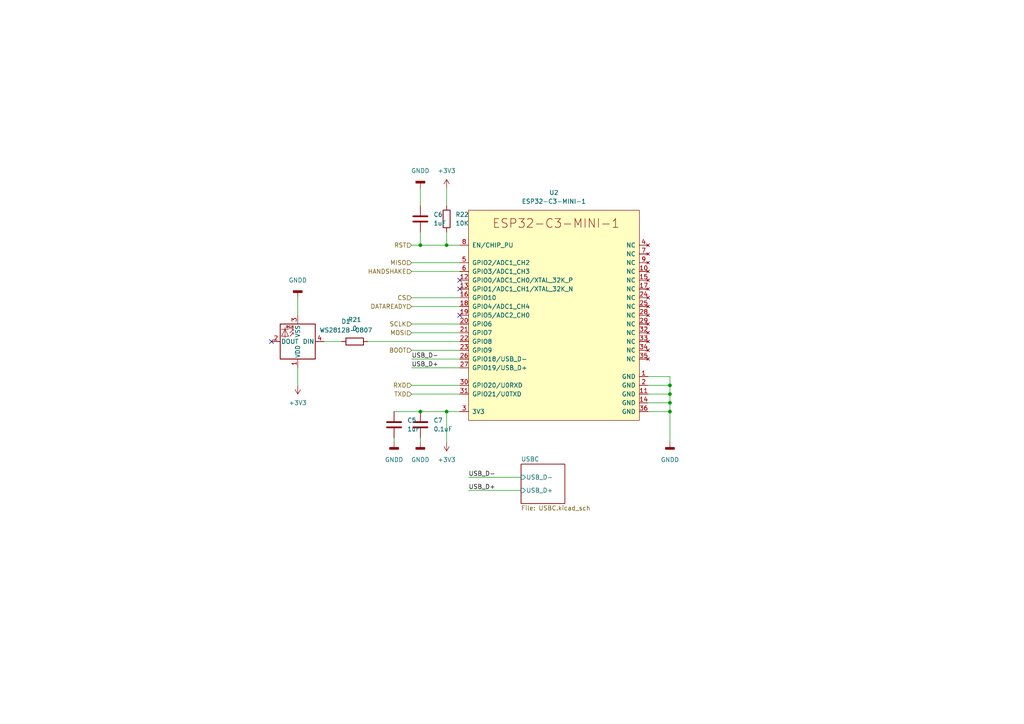
<source format=kicad_sch>
(kicad_sch (version 20211123) (generator eeschema)
  (paper "A4")
  (lib_symbols
    (symbol "Device:C" (pin_numbers hide) (pin_names (offset 0.254))
      (property "Reference" "C" (at 0.635 2.54 0))
      (property "Value" "C" (at 0.635 -2.54 0))
      (symbol "C_0_1"
        (polyline (pts (xy -2.032 -0.762) (xy 2.032 -0.762)) (stroke (width 0.508)))
        (polyline (pts (xy -2.032 0.762) (xy 2.032 0.762)) (stroke (width 0.508)))
      )
      (symbol "C_1_1"
        (pin passive line (at 0 3.81 270) (length 2.794) (name "~") (number "1"))
        (pin passive line (at 0 -3.81 90) (length 2.794) (name "~") (number "2"))
      )
    )
    (symbol "Device:R" (pin_numbers hide) (pin_names (offset 0))
      (property "Reference" "R" (at 2.032 0 90))
      (property "Value" "R" (at 0 0 90))
      (symbol "R_0_1"
        (rectangle (start -1.016 -2.54) (end 1.016 2.54) (stroke (width 0.254)))
      )
      (symbol "R_1_1"
        (pin passive line (at 0 3.81 270) (length 1.27) (name "~") (number "1"))
        (pin passive line (at 0 -3.81 90) (length 1.27) (name "~") (number "2"))
      )
    )
    (symbol "Espressif:ESP32-C3-MINI-1" (pin_names (offset 1.016))
      (property "Reference" "U" (at 0 33.02 0))
      (property "Value" "ESP32-C3-MINI-1" (at 0 -30.48 0))
      (symbol "ESP32-C3-MINI-1_0_0"
        (text "ESP32-C3-MINI-1" (at 1.27 27.94 0) (effects (font (size 2.54 2.54))))
      )
      (symbol "ESP32-C3-MINI-1_0_1"
        (rectangle (start -24.13 31.75) (end 25.4 -29.21) (fill (type background)))
      )
      (symbol "ESP32-C3-MINI-1_1_1"
        (pin power_in line (at 27.94 -16.51 180) (length 2.54) (name "GND") (number "1"))
        (pin no_connect line (at 27.94 13.97 180) (length 2.54) (name "NC") (number "10"))
        (pin power_in line (at 27.94 -21.59 180) (length 2.54) (name "GND") (number "11"))
        (pin bidirectional line (at -26.67 11.43 0) (length 2.54) (name "GPIO0/ADC1_CH0/XTAL_32K_P") (number "12"))
        (pin bidirectional line (at -26.67 8.89 0) (length 2.54) (name "GPIO1/ADC1_CH1/XTAL_32K_N") (number "13"))
        (pin power_in line (at 27.94 -24.13 180) (length 2.54) (name "GND") (number "14"))
        (pin no_connect line (at 27.94 11.43 180) (length 2.54) (name "NC") (number "15"))
        (pin bidirectional line (at -26.67 6.35 0) (length 2.54) (name "GPIO10") (number "16"))
        (pin no_connect line (at 27.94 8.89 180) (length 2.54) (name "NC") (number "17"))
        (pin bidirectional line (at -26.67 3.81 0) (length 2.54) (name "GPIO4/ADC1_CH4") (number "18"))
        (pin bidirectional line (at -26.67 1.27 0) (length 2.54) (name "GPIO5/ADC2_CH0") (number "19"))
        (pin power_in line (at 27.94 -19.05 180) (length 2.54) (name "GND") (number "2"))
        (pin bidirectional line (at -26.67 -1.27 0) (length 2.54) (name "GPIO6") (number "20"))
        (pin bidirectional line (at -26.67 -3.81 0) (length 2.54) (name "GPIO7") (number "21"))
        (pin bidirectional line (at -26.67 -6.35 0) (length 2.54) (name "GPIO8") (number "22"))
        (pin bidirectional line (at -26.67 -8.89 0) (length 2.54) (name "GPIO9") (number "23"))
        (pin no_connect line (at 27.94 6.35 180) (length 2.54) (name "NC") (number "24"))
        (pin no_connect line (at 27.94 3.81 180) (length 2.54) (name "NC") (number "25"))
        (pin bidirectional line (at -26.67 -11.43 0) (length 2.54) (name "GPIO18/USB_D-") (number "26"))
        (pin bidirectional line (at -26.67 -13.97 0) (length 2.54) (name "GPIO19/USB_D+") (number "27"))
        (pin no_connect line (at 27.94 1.27 180) (length 2.54) (name "NC") (number "28"))
        (pin no_connect line (at 27.94 -1.27 180) (length 2.54) (name "NC") (number "29"))
        (pin power_in line (at -26.67 -26.67 0) (length 2.54) (name "3V3") (number "3"))
        (pin bidirectional line (at -26.67 -19.05 0) (length 2.54) (name "GPIO20/U0RXD") (number "30"))
        (pin bidirectional line (at -26.67 -21.59 0) (length 2.54) (name "GPIO21/U0TXD") (number "31"))
        (pin no_connect line (at 27.94 -3.81 180) (length 2.54) (name "NC") (number "32"))
        (pin no_connect line (at 27.94 -6.35 180) (length 2.54) (name "NC") (number "33"))
        (pin no_connect line (at 27.94 -8.89 180) (length 2.54) (name "NC") (number "34"))
        (pin no_connect line (at 27.94 -11.43 180) (length 2.54) (name "NC") (number "35"))
        (pin power_in line (at 27.94 -26.67 180) (length 2.54) (name "GND") (number "36"))
        (pin no_connect line (at 27.94 21.59 180) (length 2.54) (name "NC") (number "4"))
        (pin bidirectional line (at -26.67 16.51 0) (length 2.54) (name "GPIO2/ADC1_CH2") (number "5"))
        (pin bidirectional line (at -26.67 13.97 0) (length 2.54) (name "GPIO3/ADC1_CH3") (number "6"))
        (pin no_connect line (at 27.94 19.05 180) (length 2.54) (name "NC") (number "7"))
        (pin input line (at -26.67 21.59 0) (length 2.54) (name "EN/CHIP_PU") (number "8"))
        (pin no_connect line (at 27.94 16.51 180) (length 2.54) (name "NC") (number "9"))
      )
    )
    (symbol "RGB_LED:WS2812B-0807" (pin_names (offset 0.254))
      (property "Reference" "D" (at -3.81 6.35 0))
      (property "Value" "WS2812B-0807" (at 12.7 -8.89 0))
      (symbol "WS2812B-0807_1_1"
        (polyline (pts (xy 1.27 -3.556) (xy 1.778 -3.556)))
        (polyline (pts (xy 1.27 -2.54) (xy 1.778 -2.54)))
        (polyline (pts (xy 4.699 -3.556) (xy 2.667 -3.556)))
        (polyline (pts (xy 2.286 -2.54) (xy 1.27 -3.556) (xy 1.27 -3.048)))
        (polyline (pts (xy 2.286 -1.524) (xy 1.27 -2.54) (xy 1.27 -2.032)))
        (polyline (pts (xy 3.683 -1.016) (xy 3.683 -3.556) (xy 3.683 -4.064)))
        (polyline (pts (xy 4.699 -1.524) (xy 2.667 -1.524) (xy 3.683 -3.556) (xy 4.699 -1.524)))
        (rectangle (start 5.08 5.08) (end -5.08 -5.08) (stroke (width 0.254)))
        (text "RGB" (at 2.286 -4.191 0) (effects (font (size 0.762 0.762))))
        (pin power_in line (at 0 7.62 270) (length 2.54) (name "VDD") (number "1"))
        (pin output line (at 7.62 0 180) (length 2.54) (name "DOUT") (number "2"))
        (pin power_in line (at 0 -7.62 90) (length 2.54) (name "VSS") (number "3"))
        (pin input line (at -7.62 0 0) (length 2.54) (name "DIN") (number "4"))
      )
    )
    (symbol "power:+3V3" (power) (pin_names (offset 0))
      (property "Value" "+3V3" (at 0 3.556 0))
      (symbol "+3V3_0_1"
        (polyline (pts (xy -0.762 1.27) (xy 0 2.54)))
        (polyline (pts (xy 0 0) (xy 0 2.54)))
        (polyline (pts (xy 0 2.54) (xy 0.762 1.27)))
      )
      (symbol "+3V3_1_1"
        (pin power_in line (at 0 0 90) (length 0) hide (name "+3V3") (number "1"))
      )
    )
    (symbol "power:GNDD" (power) (pin_names (offset 0))
      (property "Value" "GNDD" (at 0 -3.175 0))
      (symbol "GNDD_0_1"
        (rectangle (start -1.27 -1.524) (end 1.27 -2.032) (stroke (width 0.254)) (fill (type outline)))
        (polyline (pts (xy 0 0) (xy 0 -1.524)))
      )
      (symbol "GNDD_1_1"
        (pin power_in line (at 0 0 270) (length 0) hide (name "GNDD") (number "1"))
      )
    )
  )
  (junction (at 194.31 119.38))
  (junction (at 194.31 114.3))
  (junction (at 129.54 71.12))
  (junction (at 121.92 119.38))
  (junction (at 129.54 119.38))
  (junction (at 194.31 111.76))
  (junction (at 121.92 71.12))
  (junction (at 194.31 116.84))
  (no_connect (at 78.74 99.06))
  (no_connect (at 133.35 83.82))
  (no_connect (at 133.35 81.28))
  (no_connect (at 133.35 91.44))
  (wire (pts (xy 119.38 88.9) (xy 133.35 88.9)))
  (wire (pts (xy 194.31 119.38) (xy 194.31 128.27)))
  (wire (pts (xy 187.96 116.84) (xy 194.31 116.84)))
  (wire (pts (xy 129.54 54.61) (xy 129.54 59.69)))
  (wire (pts (xy 119.38 76.2) (xy 133.35 76.2)))
  (wire (pts (xy 114.3 119.38) (xy 121.92 119.38)))
  (wire (pts (xy 119.38 111.76) (xy 133.35 111.76)))
  (wire (pts (xy 129.54 128.27) (xy 129.54 119.38)))
  (wire (pts (xy 194.31 111.76) (xy 194.31 114.3)))
  (wire (pts (xy 119.38 78.74) (xy 133.35 78.74)))
  (wire (pts (xy 194.31 109.22) (xy 194.31 111.76)))
  (wire (pts (xy 129.54 67.31) (xy 129.54 71.12)))
  (wire (pts (xy 119.38 96.52) (xy 133.35 96.52)))
  (wire (pts (xy 119.38 101.6) (xy 133.35 101.6)))
  (wire (pts (xy 187.96 119.38) (xy 194.31 119.38)))
  (wire (pts (xy 121.92 119.38) (xy 129.54 119.38)))
  (wire (pts (xy 119.38 104.14) (xy 133.35 104.14)))
  (wire (pts (xy 86.36 106.68) (xy 86.36 111.76)))
  (wire (pts (xy 93.98 99.06) (xy 99.06 99.06)))
  (wire (pts (xy 187.96 114.3) (xy 194.31 114.3)))
  (wire (pts (xy 194.31 114.3) (xy 194.31 116.84)))
  (wire (pts (xy 86.36 86.36) (xy 86.36 91.44)))
  (wire (pts (xy 135.89 142.24) (xy 151.13 142.24)))
  (wire (pts (xy 121.92 67.31) (xy 121.92 71.12)))
  (wire (pts (xy 119.38 71.12) (xy 121.92 71.12)))
  (wire (pts (xy 119.38 93.98) (xy 133.35 93.98)))
  (wire (pts (xy 129.54 119.38) (xy 133.35 119.38)))
  (wire (pts (xy 119.38 86.36) (xy 133.35 86.36)))
  (wire (pts (xy 129.54 71.12) (xy 133.35 71.12)))
  (wire (pts (xy 194.31 116.84) (xy 194.31 119.38)))
  (wire (pts (xy 119.38 106.68) (xy 133.35 106.68)))
  (wire (pts (xy 135.89 138.43) (xy 151.13 138.43)))
  (wire (pts (xy 121.92 71.12) (xy 129.54 71.12)))
  (wire (pts (xy 187.96 109.22) (xy 194.31 109.22)))
  (wire (pts (xy 114.3 127) (xy 114.3 128.27)))
  (wire (pts (xy 106.68 99.06) (xy 133.35 99.06)))
  (wire (pts (xy 119.38 114.3) (xy 133.35 114.3)))
  (wire (pts (xy 121.92 54.61) (xy 121.92 59.69)))
  (wire (pts (xy 187.96 111.76) (xy 194.31 111.76)))
  (wire (pts (xy 121.92 127) (xy 121.92 128.27)))
  (label "USB_D-" (at 135.89 138.43 0))
  (label "USB_D-" (at 119.38 104.14 0))
  (label "USB_D+" (at 135.89 142.24 0))
  (label "USB_D+" (at 119.38 106.68 0))
  (hierarchical_label "RST" (shape input) (at 119.38 71.12 180))
  (hierarchical_label "TXD" (shape input) (at 119.38 114.3 180))
  (hierarchical_label "HANDSHAKE" (shape input) (at 119.38 78.74 180))
  (hierarchical_label "CS" (shape input) (at 119.38 86.36 180))
  (hierarchical_label "SCLK" (shape input) (at 119.38 93.98 180))
  (hierarchical_label "BOOT" (shape input) (at 119.38 101.6 180))
  (hierarchical_label "DATAREADY" (shape input) (at 119.38 88.9 180))
  (hierarchical_label "MOSI" (shape input) (at 119.38 96.52 180))
  (hierarchical_label "RXD" (shape input) (at 119.38 111.76 180))
  (hierarchical_label "MISO" (shape input) (at 119.38 76.2 180))
  (symbol (lib_id "power:GNDD") (at 114.3 128.27 0) (unit 1)
    (property "Reference" "#PWR010" (effects hide))
  )
  (symbol (lib_id "power:GNDD") (at 194.31 128.27 0) (unit 1)
    (property "Reference" "#PWR015" (effects hide))
  )
  (symbol (lib_id "RGB_LED:WS2812B-0807") (at 86.36 99.06 180) (unit 1)
    (property "Reference" "D1" (at 100.33 93.2305 0))
    (property "Value" "WS2812B-0807" (at 100.33 95.7705 0))
    (property "Footprint" "RGB_LED:WS2812B-0807" (effects hide))
  )
  (symbol (lib_id "power:+3V3") (at 129.54 128.27 180) (unit 1)
    (property "Reference" "#PWR014" (effects hide))
    (property "Value" "+3V3" (at 129.54 133.35 0))
  )
  (symbol (lib_id "Espressif:ESP32-C3-MINI-1") (at 160.02 92.71 0) (unit 1)
    (property "Reference" "U2" (at 160.655 55.88 0))
    (property "Value" "ESP32-C3-MINI-1" (at 160.655 58.42 0))
    (property "Footprint" "Espressif:ESP32-C3-MINI-1" (effects hide))
    (property "Datasheet" "https://www.espressif.com/sites/default/files/documentation/esp32-c3-mini-1_datasheet_en.pdf" (effects hide))
  )
  (symbol (lib_id "power:GNDD") (at 121.92 128.27 0) (unit 1)
    (property "Reference" "#PWR012" (effects hide))
  )
  (symbol (lib_id "power:+3V3") (at 86.36 111.76 180) (unit 1)
    (property "Reference" "#PWR09" (effects hide))
  )
  (symbol (lib_id "power:GNDD") (at 86.36 86.36 180) (unit 1)
    (property "Reference" "#PWR08" (effects hide))
  )
  (symbol (lib_id "power:+3V3") (at 129.54 54.61 0) (unit 1)
    (property "Reference" "#PWR013" (effects hide))
    (property "Value" "+3V3" (at 129.54 49.53 0))
  )
  (symbol (lib_id "Device:C") (at 121.92 123.19 0) (unit 1)
    (property "Reference" "C7" (at 125.73 121.9199 0) (effects (justify left)))
    (property "Value" "0.1uF" (at 125.73 124.4599 0) (effects (justify left)))
    (property "Footprint" "Capacitor_SMD:C_0402_1005Metric" (effects hide))
  )
  (symbol (lib_id "power:GNDD") (at 121.92 54.61 180) (unit 1)
    (property "Reference" "#PWR011" (effects hide))
  )
  (symbol (lib_id "Device:C") (at 121.92 63.5 0) (unit 1)
    (property "Reference" "C6" (at 125.73 62.2299 0) (effects (justify left)))
    (property "Value" "1uF" (at 125.73 64.7699 0) (effects (justify left)))
    (property "Footprint" "Capacitor_SMD:C_0402_1005Metric" (effects hide))
  )
  (symbol (lib_id "Device:C") (at 114.3 123.19 0) (unit 1)
    (property "Reference" "C5" (at 118.11 121.9199 0) (effects (justify left)))
    (property "Value" "1uF" (at 118.11 124.4599 0) (effects (justify left)))
    (property "Footprint" "Capacitor_SMD:C_0402_1005Metric" (effects hide))
  )
  (symbol (lib_id "Device:R") (at 129.54 63.5 0) (unit 1)
    (property "Reference" "R22" (at 132.08 62.2299 0) (effects (justify left)))
    (property "Value" "10K" (at 132.08 64.7699 0) (effects (justify left)))
    (property "Footprint" "Resistor_SMD:R_0402_1005Metric" (effects hide))
  )
  (symbol (lib_id "Device:R") (at 102.87 99.06 90) (unit 1)
    (property "Reference" "R21" (at 102.87 92.71 90))
    (property "Value" "0" (at 102.87 95.25 90))
    (property "Footprint" "Resistor_SMD:R_0402_1005Metric" (effects hide))
  )
  (sheet (at 151.13 134.62) (size 12.7 11.43) (stroke (width 0.1524))
    (property "Sheet name" "USBC" (at 151.13 133.9084 0) (effects (justify left bottom)))
    (property "Sheet file" "USBC.kicad_sch" (at 151.13 146.6346 0) (effects (justify left top)))
    (pin "USB_D-" input (at 151.13 138.43 180))
    (pin "USB_D+" input (at 151.13 142.24 180))
  )
)
</source>
